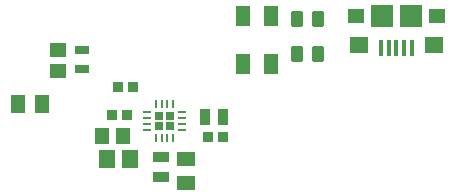
<source format=gtp>
G04 Layer_Color=7318015*
%FSLAX44Y44*%
%MOMM*%
G71*
G01*
G75*
%ADD10R,0.4000X1.3500*%
%ADD11R,1.9000X1.9000*%
%ADD12R,1.4500X1.3000*%
%ADD13R,1.6000X1.4000*%
%ADD14R,1.2000X1.8000*%
%ADD18R,1.2500X1.5500*%
%ADD19R,0.8500X0.9000*%
%ADD20R,1.4500X1.1500*%
%ADD21R,1.2500X0.8000*%
%ADD22R,0.9500X1.3500*%
%ADD23R,1.5500X1.2500*%
%ADD24R,1.3500X0.8500*%
%ADD25R,1.1500X1.4500*%
G04:AMPARAMS|DCode=26|XSize=1.016mm|YSize=1.397mm|CornerRadius=0.127mm|HoleSize=0mm|Usage=FLASHONLY|Rotation=180.000|XOffset=0mm|YOffset=0mm|HoleType=Round|Shape=RoundedRectangle|*
%AMROUNDEDRECTD26*
21,1,1.0160,1.1430,0,0,180.0*
21,1,0.7620,1.3970,0,0,180.0*
1,1,0.2540,-0.3810,0.5715*
1,1,0.2540,0.3810,0.5715*
1,1,0.2540,0.3810,-0.5715*
1,1,0.2540,-0.3810,-0.5715*
%
%ADD26ROUNDEDRECTD26*%
%ADD27R,1.3500X1.5500*%
%ADD52R,0.7000X0.7000*%
%ADD53R,0.7000X0.7000*%
%ADD54R,0.7000X0.7000*%
%ADD55O,0.8000X0.2300*%
%ADD56O,0.2300X0.8000*%
D10*
X1812251Y997886D02*
D03*
X1818751D02*
D03*
X1825251D02*
D03*
X1831751D02*
D03*
X1838251D02*
D03*
D11*
X1813251Y1024636D02*
D03*
X1837251D02*
D03*
D12*
X1791001D02*
D03*
X1859501D02*
D03*
D13*
X1793251Y1000136D02*
D03*
X1857251D02*
D03*
D14*
X1719141Y984316D02*
D03*
Y1024316D02*
D03*
X1695141Y984316D02*
D03*
Y1024316D02*
D03*
D18*
X1505121Y950214D02*
D03*
X1525621D02*
D03*
D19*
X1678589Y922528D02*
D03*
X1665589D02*
D03*
X1584309Y940562D02*
D03*
X1597309D02*
D03*
X1589643Y964438D02*
D03*
X1602643D02*
D03*
D20*
X1538739Y978294D02*
D03*
Y995794D02*
D03*
D21*
X1558805Y996060D02*
D03*
Y980060D02*
D03*
D22*
X1663323Y939038D02*
D03*
X1678823D02*
D03*
D23*
X1647451Y883322D02*
D03*
Y903822D02*
D03*
D24*
X1625607Y905124D02*
D03*
Y888624D02*
D03*
D25*
X1594221Y923290D02*
D03*
X1576221D02*
D03*
D26*
X1740923Y1022350D02*
D03*
X1758703D02*
D03*
X1741177Y992378D02*
D03*
X1758957D02*
D03*
D27*
X1580551Y903732D02*
D03*
X1600051D02*
D03*
D52*
X1624409Y931236D02*
D03*
D53*
X1624409Y940236D02*
D03*
D54*
X1633409Y940236D02*
D03*
Y931236D02*
D03*
D55*
X1614159Y928236D02*
D03*
Y933236D02*
D03*
Y938236D02*
D03*
Y943236D02*
D03*
X1643658D02*
D03*
Y938236D02*
D03*
Y933236D02*
D03*
Y928236D02*
D03*
D56*
X1621409Y950486D02*
D03*
X1626409D02*
D03*
X1631409D02*
D03*
X1636409D02*
D03*
Y920986D02*
D03*
X1631409D02*
D03*
X1626409D02*
D03*
X1621409D02*
D03*
M02*

</source>
